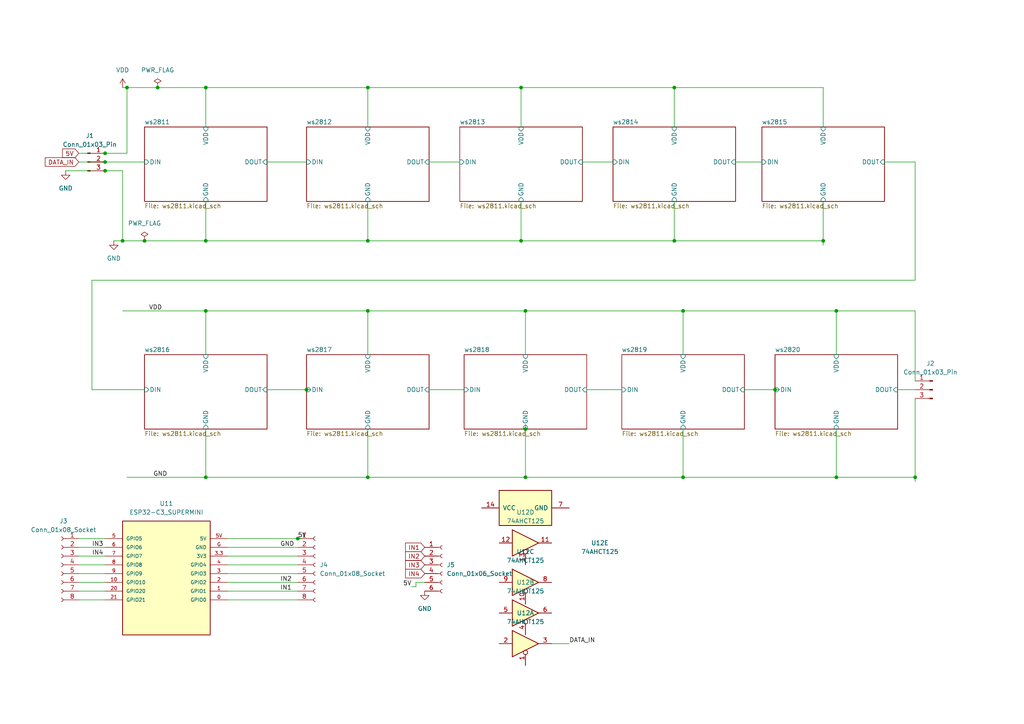
<source format=kicad_sch>
(kicad_sch (version 20231120) (generator "eeschema") (generator_version "8.0")
  (paper "A4")
  (lib_symbols
    (symbol "74xx:74AHCT125" (pin_names (offset 1.016))
      (property "Reference" "U" (at 0 1.27 0))
      (property "Value" "74AHCT125" (at 0 -1.27 0))
      (symbol "74AHCT125_1_0"
        (polyline (pts (xy -3.81 3.81) (xy -3.81 -3.81) (xy 3.81 0) (xy -3.81 3.81)) (stroke (width 0.254)) (fill (type background)))
        (pin input inverted (at 0 -6.35 90) (length 4.445) (name "~") (number "1"))
        (pin input line (at -7.62 0 0) (length 3.81) (name "~") (number "2"))
        (pin tri_state line (at 7.62 0 180) (length 3.81) (name "~") (number "3"))
      )
      (symbol "74AHCT125_2_0"
        (polyline (pts (xy -3.81 3.81) (xy -3.81 -3.81) (xy 3.81 0) (xy -3.81 3.81)) (stroke (width 0.254)) (fill (type background)))
        (pin input inverted (at 0 -6.35 90) (length 4.445) (name "~") (number "4"))
        (pin input line (at -7.62 0 0) (length 3.81) (name "~") (number "5"))
        (pin tri_state line (at 7.62 0 180) (length 3.81) (name "~") (number "6"))
      )
      (symbol "74AHCT125_3_0"
        (polyline (pts (xy -3.81 3.81) (xy -3.81 -3.81) (xy 3.81 0) (xy -3.81 3.81)) (stroke (width 0.254)) (fill (type background)))
        (pin input inverted (at 0 -6.35 90) (length 4.445) (name "~") (number "10"))
        (pin tri_state line (at 7.62 0 180) (length 3.81) (name "~") (number "8"))
        (pin input line (at -7.62 0 0) (length 3.81) (name "~") (number "9"))
      )
      (symbol "74AHCT125_4_0"
        (polyline (pts (xy -3.81 3.81) (xy -3.81 -3.81) (xy 3.81 0) (xy -3.81 3.81)) (stroke (width 0.254)) (fill (type background)))
        (pin tri_state line (at 7.62 0 180) (length 3.81) (name "~") (number "11"))
        (pin input line (at -7.62 0 0) (length 3.81) (name "~") (number "12"))
        (pin input inverted (at 0 -6.35 90) (length 4.445) (name "~") (number "13"))
      )
      (symbol "74AHCT125_5_0"
        (pin power_in line (at 0 12.7 270) (length 5.08) (name "VCC") (number "14"))
        (pin power_in line (at 0 -12.7 90) (length 5.08) (name "GND") (number "7"))
      )
      (symbol "74AHCT125_5_1"
        (rectangle (start -5.08 7.62) (end 5.08 -7.62) (stroke (width 0.254)) (fill (type background)))
      )
    )
    (symbol "Connector:Conn_01x03_Pin" (pin_names (offset 1.016) hide)
      (property "Reference" "J" (at 0 5.08 0))
      (property "Value" "Conn_01x03_Pin" (at 0 -5.08 0))
      (symbol "Conn_01x03_Pin_1_1"
        (polyline (pts (xy 1.27 -2.54) (xy 0.8636 -2.54)) (stroke (width 0.1524)))
        (polyline (pts (xy 1.27 0) (xy 0.8636 0)) (stroke (width 0.1524)))
        (polyline (pts (xy 1.27 2.54) (xy 0.8636 2.54)) (stroke (width 0.1524)))
        (rectangle (start 0.8636 -2.413) (end 0 -2.667) (stroke (width 0.1524)) (fill (type outline)))
        (rectangle (start 0.8636 0.127) (end 0 -0.127) (stroke (width 0.1524)) (fill (type outline)))
        (rectangle (start 0.8636 2.667) (end 0 2.413) (stroke (width 0.1524)) (fill (type outline)))
        (pin passive line (at 5.08 2.54 180) (length 3.81) (name "Pin_1") (number "1"))
        (pin passive line (at 5.08 0 180) (length 3.81) (name "Pin_2") (number "2"))
        (pin passive line (at 5.08 -2.54 180) (length 3.81) (name "Pin_3") (number "3"))
      )
    )
    (symbol "Connector:Conn_01x06_Socket" (pin_names (offset 1.016) hide)
      (property "Reference" "J" (at 0 7.62 0))
      (property "Value" "Conn_01x06_Socket" (at 0 -10.16 0))
      (symbol "Conn_01x06_Socket_1_1"
        (arc (start 0 -7.112) (mid -0.5058 -7.62) (end 0 -8.128) (stroke (width 0.1524)))
        (arc (start 0 -4.572) (mid -0.5058 -5.08) (end 0 -5.588) (stroke (width 0.1524)))
        (arc (start 0 -2.032) (mid -0.5058 -2.54) (end 0 -3.048) (stroke (width 0.1524)))
        (polyline (pts (xy -1.27 -7.62) (xy -0.508 -7.62)) (stroke (width 0.1524)))
        (polyline (pts (xy -1.27 -5.08) (xy -0.508 -5.08)) (stroke (width 0.1524)))
        (polyline (pts (xy -1.27 -2.54) (xy -0.508 -2.54)) (stroke (width 0.1524)))
        (polyline (pts (xy -1.27 0) (xy -0.508 0)) (stroke (width 0.1524)))
        (polyline (pts (xy -1.27 2.54) (xy -0.508 2.54)) (stroke (width 0.1524)))
        (polyline (pts (xy -1.27 5.08) (xy -0.508 5.08)) (stroke (width 0.1524)))
        (arc (start 0 0.508) (mid -0.5058 0) (end 0 -0.508) (stroke (width 0.1524)))
        (arc (start 0 3.048) (mid -0.5058 2.54) (end 0 2.032) (stroke (width 0.1524)))
        (arc (start 0 5.588) (mid -0.5058 5.08) (end 0 4.572) (stroke (width 0.1524)))
        (pin passive line (at -5.08 5.08 0) (length 3.81) (name "Pin_1") (number "1"))
        (pin passive line (at -5.08 2.54 0) (length 3.81) (name "Pin_2") (number "2"))
        (pin passive line (at -5.08 0 0) (length 3.81) (name "Pin_3") (number "3"))
        (pin passive line (at -5.08 -2.54 0) (length 3.81) (name "Pin_4") (number "4"))
        (pin passive line (at -5.08 -5.08 0) (length 3.81) (name "Pin_5") (number "5"))
        (pin passive line (at -5.08 -7.62 0) (length 3.81) (name "Pin_6") (number "6"))
      )
    )
    (symbol "Connector:Conn_01x08_Socket" (pin_names (offset 1.016) hide)
      (property "Reference" "J" (at 0 10.16 0))
      (property "Value" "Conn_01x08_Socket" (at 0 -12.7 0))
      (symbol "Conn_01x08_Socket_1_1"
        (arc (start 0 -9.652) (mid -0.5058 -10.16) (end 0 -10.668) (stroke (width 0.1524)))
        (arc (start 0 -7.112) (mid -0.5058 -7.62) (end 0 -8.128) (stroke (width 0.1524)))
        (arc (start 0 -4.572) (mid -0.5058 -5.08) (end 0 -5.588) (stroke (width 0.1524)))
        (arc (start 0 -2.032) (mid -0.5058 -2.54) (end 0 -3.048) (stroke (width 0.1524)))
        (polyline (pts (xy -1.27 -10.16) (xy -0.508 -10.16)) (stroke (width 0.1524)))
        (polyline (pts (xy -1.27 -7.62) (xy -0.508 -7.62)) (stroke (width 0.1524)))
        (polyline (pts (xy -1.27 -5.08) (xy -0.508 -5.08)) (stroke (width 0.1524)))
        (polyline (pts (xy -1.27 -2.54) (xy -0.508 -2.54)) (stroke (width 0.1524)))
        (polyline (pts (xy -1.27 0) (xy -0.508 0)) (stroke (width 0.1524)))
        (polyline (pts (xy -1.27 2.54) (xy -0.508 2.54)) (stroke (width 0.1524)))
        (polyline (pts (xy -1.27 5.08) (xy -0.508 5.08)) (stroke (width 0.1524)))
        (polyline (pts (xy -1.27 7.62) (xy -0.508 7.62)) (stroke (width 0.1524)))
        (arc (start 0 0.508) (mid -0.5058 0) (end 0 -0.508) (stroke (width 0.1524)))
        (arc (start 0 3.048) (mid -0.5058 2.54) (end 0 2.032) (stroke (width 0.1524)))
        (arc (start 0 5.588) (mid -0.5058 5.08) (end 0 4.572) (stroke (width 0.1524)))
        (arc (start 0 8.128) (mid -0.5058 7.62) (end 0 7.112) (stroke (width 0.1524)))
        (pin passive line (at -5.08 7.62 0) (length 3.81) (name "Pin_1") (number "1"))
        (pin passive line (at -5.08 5.08 0) (length 3.81) (name "Pin_2") (number "2"))
        (pin passive line (at -5.08 2.54 0) (length 3.81) (name "Pin_3") (number "3"))
        (pin passive line (at -5.08 0 0) (length 3.81) (name "Pin_4") (number "4"))
        (pin passive line (at -5.08 -2.54 0) (length 3.81) (name "Pin_5") (number "5"))
        (pin passive line (at -5.08 -5.08 0) (length 3.81) (name "Pin_6") (number "6"))
        (pin passive line (at -5.08 -7.62 0) (length 3.81) (name "Pin_7") (number "7"))
        (pin passive line (at -5.08 -10.16 0) (length 3.81) (name "Pin_8") (number "8"))
      )
    )
    (symbol "Mikes Library:ESP32-C3_SUPERMINI" (pin_names (offset 1.016))
      (property "Reference" "U" (at -12.7 16.002 0))
      (property "Value" "ESP32-C3_SUPERMINI" (at -12.7 -20.32 0))
      (symbol "ESP32-C3_SUPERMINI_0_0"
        (rectangle (start -12.7 -17.78) (end 12.7 15.24) (stroke (width 0.254)) (fill (type background)))
        (pin bidirectional line (at 17.78 -7.62 180) (length 5.08) (name "GPIO0") (number "0"))
        (pin bidirectional line (at 17.78 -5.08 180) (length 5.08) (name "GPIO1") (number "1"))
        (pin bidirectional line (at -17.78 -2.54 0) (length 5.08) (name "GPIO10") (number "10"))
        (pin bidirectional line (at 17.78 -2.54 180) (length 5.08) (name "GPIO2") (number "2"))
        (pin bidirectional line (at -17.78 -5.08 0) (length 5.08) (name "GPIO20") (number "20"))
        (pin bidirectional line (at -17.78 -7.62 0) (length 5.08) (name "GPIO21") (number "21"))
        (pin bidirectional line (at 17.78 0 180) (length 5.08) (name "GPIO3") (number "3"))
        (pin power_in line (at 17.78 5.08 180) (length 5.08) (name "3V3") (number "3.3"))
        (pin bidirectional line (at 17.78 2.54 180) (length 5.08) (name "GPIO4") (number "4"))
        (pin bidirectional line (at -17.78 10.16 0) (length 5.08) (name "GPIO5") (number "5"))
        (pin power_in line (at 17.78 10.16 180) (length 5.08) (name "5V") (number "5V"))
        (pin bidirectional line (at -17.78 7.62 0) (length 5.08) (name "GPIO6") (number "6"))
        (pin bidirectional line (at -17.78 5.08 0) (length 5.08) (name "GPIO7") (number "7"))
        (pin bidirectional line (at -17.78 2.54 0) (length 5.08) (name "GPIO8") (number "8"))
        (pin bidirectional line (at -17.78 0 0) (length 5.08) (name "GPIO9") (number "9"))
        (pin power_in line (at 17.78 7.62 180) (length 5.08) (name "GND") (number "G"))
      )
    )
    (symbol "power:GND" (power) (pin_numbers hide) (pin_names (offset 0) hide)
      (property "Value" "GND" (at 0 -3.81 0))
      (symbol "GND_0_1"
        (polyline (pts (xy 0 0) (xy 0 -1.27) (xy 1.27 -1.27) (xy 0 -2.54) (xy -1.27 -1.27) (xy 0 -1.27)))
      )
      (symbol "GND_1_1"
        (pin power_in line (at 0 0 270) (length 0) (name "~") (number "1"))
      )
    )
    (symbol "power:PWR_FLAG" (power) (pin_numbers hide) (pin_names (offset 0) hide)
      (property "Value" "PWR_FLAG" (at 0 3.81 0))
      (symbol "PWR_FLAG_0_0"
        (pin power_out line (at 0 0 90) (length 0) (name "~") (number "1"))
      )
      (symbol "PWR_FLAG_0_1"
        (polyline (pts (xy 0 0) (xy 0 1.27) (xy -1.016 1.905) (xy 0 2.54) (xy 1.016 1.905) (xy 0 1.27)))
      )
    )
    (symbol "power:VDD" (power) (pin_numbers hide) (pin_names (offset 0) hide)
      (property "Value" "VDD" (at 0 3.556 0))
      (symbol "VDD_0_1"
        (polyline (pts (xy -0.762 1.27) (xy 0 2.54)))
        (polyline (pts (xy 0 0) (xy 0 2.54)))
        (polyline (pts (xy 0 2.54) (xy 0.762 1.27)))
      )
      (symbol "VDD_1_1"
        (pin power_in line (at 0 0 90) (length 0) (name "~") (number "1"))
      )
    )
  )
  (junction (at 35.56 69.85))
  (junction (at 242.57 138.43))
  (junction (at 238.76 69.85))
  (junction (at 41.91 69.85))
  (junction (at 30.48 49.53))
  (junction (at 88.9 113.03))
  (junction (at 59.69 90.17))
  (junction (at 265.43 138.43))
  (junction (at 106.68 90.17))
  (junction (at 198.12 138.43))
  (junction (at 198.12 90.17))
  (junction (at 30.48 46.99))
  (junction (at 59.69 138.43))
  (junction (at 195.58 25.4))
  (junction (at 152.4 90.17))
  (junction (at 45.72 25.4))
  (junction (at 30.48 44.45))
  (junction (at 195.58 69.85))
  (junction (at 36.83 25.4))
  (junction (at 106.68 69.85))
  (junction (at 152.4 138.43))
  (junction (at 242.57 90.17))
  (junction (at 59.69 25.4))
  (junction (at 86.36 156.21))
  (junction (at 106.68 138.43))
  (junction (at 151.13 25.4))
  (junction (at 151.13 69.85))
  (junction (at 106.68 25.4))
  (junction (at 59.69 69.85))
  (junction (at 224.79 113.03))
  (junction (at 152.4 124.46))
  (wire (pts (xy 152.4 90.17) (xy 198.12 90.17)))
  (wire (pts (xy 106.68 58.42) (xy 106.68 69.85)))
  (wire (pts (xy 152.4 124.46) (xy 152.4 138.43)))
  (wire (pts (xy 106.68 138.43) (xy 152.4 138.43)))
  (wire (pts (xy 124.46 113.03) (xy 134.62 113.03)))
  (wire (pts (xy 238.76 69.85) (xy 238.76 71.12)))
  (wire (pts (xy 242.57 124.46) (xy 242.57 138.43)))
  (wire (pts (xy 265.43 110.49) (xy 265.43 90.17)))
  (wire (pts (xy 165.1 186.69) (xy 160.02 186.69)))
  (wire (pts (xy 151.13 69.85) (xy 195.58 69.85)))
  (wire (pts (xy 22.86 166.37) (xy 30.48 166.37)))
  (wire (pts (xy 66.04 171.45) (xy 86.36 171.45)))
  (wire (pts (xy 77.47 46.99) (xy 88.9 46.99)))
  (wire (pts (xy 66.04 161.29) (xy 86.36 161.29)))
  (wire (pts (xy 195.58 25.4) (xy 238.76 25.4)))
  (wire (pts (xy 170.18 113.03) (xy 180.34 113.03)))
  (wire (pts (xy 265.43 81.28) (xy 26.67 81.28)))
  (wire (pts (xy 22.86 168.91) (xy 30.48 168.91)))
  (wire (pts (xy 256.54 46.99) (xy 265.43 46.99)))
  (wire (pts (xy 152.4 123.19) (xy 152.4 124.46)))
  (wire (pts (xy 22.86 161.29) (xy 30.48 161.29)))
  (wire (pts (xy 22.86 171.45) (xy 30.48 171.45)))
  (wire (pts (xy 30.48 44.45) (xy 36.83 44.45)))
  (wire (pts (xy 59.69 90.17) (xy 59.69 102.87)))
  (wire (pts (xy 59.69 58.42) (xy 59.69 69.85)))
  (wire (pts (xy 120.65 170.18) (xy 120.65 168.91)))
  (wire (pts (xy 59.69 69.85) (xy 106.68 69.85)))
  (wire (pts (xy 106.68 90.17) (xy 106.68 102.87)))
  (wire (pts (xy 19.05 49.53) (xy 30.48 49.53)))
  (wire (pts (xy 33.02 69.85) (xy 35.56 69.85)))
  (wire (pts (xy 59.69 90.17) (xy 106.68 90.17)))
  (wire (pts (xy 152.4 138.43) (xy 198.12 138.43)))
  (wire (pts (xy 26.67 113.03) (xy 41.91 113.03)))
  (wire (pts (xy 265.43 46.99) (xy 265.43 81.28)))
  (wire (pts (xy 36.83 138.43) (xy 59.69 138.43)))
  (wire (pts (xy 66.04 173.99) (xy 86.36 173.99)))
  (wire (pts (xy 88.9 113.03) (xy 90.17 113.03)))
  (wire (pts (xy 59.69 25.4) (xy 59.69 36.83)))
  (wire (pts (xy 36.83 25.4) (xy 45.72 25.4)))
  (wire (pts (xy 66.04 163.83) (xy 86.36 163.83)))
  (wire (pts (xy 22.86 44.45) (xy 30.48 44.45)))
  (wire (pts (xy 151.13 25.4) (xy 195.58 25.4)))
  (wire (pts (xy 168.91 46.99) (xy 177.8 46.99)))
  (wire (pts (xy 35.56 69.85) (xy 41.91 69.85)))
  (wire (pts (xy 242.57 90.17) (xy 265.43 90.17)))
  (wire (pts (xy 106.68 90.17) (xy 152.4 90.17)))
  (wire (pts (xy 198.12 124.46) (xy 198.12 138.43)))
  (wire (pts (xy 195.58 36.83) (xy 195.58 25.4)))
  (wire (pts (xy 59.69 25.4) (xy 106.68 25.4)))
  (wire (pts (xy 213.36 46.99) (xy 220.98 46.99)))
  (wire (pts (xy 265.43 138.43) (xy 265.43 139.7)))
  (wire (pts (xy 30.48 49.53) (xy 35.56 49.53)))
  (wire (pts (xy 86.36 156.21) (xy 87.63 156.21)))
  (wire (pts (xy 215.9 113.03) (xy 224.79 113.03)))
  (wire (pts (xy 198.12 90.17) (xy 198.12 102.87)))
  (wire (pts (xy 22.86 156.21) (xy 30.48 156.21)))
  (wire (pts (xy 59.69 138.43) (xy 106.68 138.43)))
  (wire (pts (xy 66.04 156.21) (xy 86.36 156.21)))
  (wire (pts (xy 35.56 90.17) (xy 59.69 90.17)))
  (wire (pts (xy 35.56 25.4) (xy 36.83 25.4)))
  (wire (pts (xy 260.35 113.03) (xy 265.43 113.03)))
  (wire (pts (xy 195.58 69.85) (xy 238.76 69.85)))
  (wire (pts (xy 151.13 58.42) (xy 151.13 69.85)))
  (wire (pts (xy 41.91 69.85) (xy 59.69 69.85)))
  (wire (pts (xy 30.48 46.99) (xy 41.91 46.99)))
  (wire (pts (xy 26.67 81.28) (xy 26.67 113.03)))
  (wire (pts (xy 22.86 173.99) (xy 30.48 173.99)))
  (wire (pts (xy 106.68 69.85) (xy 151.13 69.85)))
  (wire (pts (xy 77.47 113.03) (xy 88.9 113.03)))
  (wire (pts (xy 238.76 58.42) (xy 238.76 69.85)))
  (wire (pts (xy 59.69 124.46) (xy 59.69 138.43)))
  (wire (pts (xy 22.86 46.99) (xy 30.48 46.99)))
  (wire (pts (xy 86.36 168.91) (xy 66.04 168.91)))
  (wire (pts (xy 238.76 25.4) (xy 238.76 36.83)))
  (wire (pts (xy 198.12 90.17) (xy 242.57 90.17)))
  (wire (pts (xy 120.65 168.91) (xy 123.19 168.91)))
  (wire (pts (xy 242.57 138.43) (xy 265.43 138.43)))
  (wire (pts (xy 106.68 124.46) (xy 106.68 138.43)))
  (wire (pts (xy 198.12 138.43) (xy 242.57 138.43)))
  (wire (pts (xy 119.38 170.18) (xy 120.65 170.18)))
  (wire (pts (xy 22.86 163.83) (xy 30.48 163.83)))
  (wire (pts (xy 106.68 25.4) (xy 106.68 36.83)))
  (wire (pts (xy 224.79 113.03) (xy 226.06 113.03)))
  (wire (pts (xy 22.86 158.75) (xy 30.48 158.75)))
  (wire (pts (xy 242.57 102.87) (xy 242.57 90.17)))
  (wire (pts (xy 106.68 25.4) (xy 151.13 25.4)))
  (wire (pts (xy 151.13 25.4) (xy 151.13 36.83)))
  (wire (pts (xy 36.83 25.4) (xy 36.83 44.45)))
  (wire (pts (xy 35.56 49.53) (xy 35.56 69.85)))
  (wire (pts (xy 124.46 46.99) (xy 133.35 46.99)))
  (wire (pts (xy 195.58 58.42) (xy 195.58 69.85)))
  (wire (pts (xy 66.04 158.75) (xy 86.36 158.75)))
  (wire (pts (xy 45.72 25.4) (xy 59.69 25.4)))
  (wire (pts (xy 152.4 90.17) (xy 152.4 102.87)))
  (wire (pts (xy 66.04 166.37) (xy 86.36 166.37)))
  (wire (pts (xy 265.43 115.57) (xy 265.43 138.43)))
  (label "IN1" (at 81.28 171.45 0))
  (label "GND" (at 44.45 138.43 0))
  (label "5V" (at 86.36 156.21 0))
  (label "GND" (at 81.28 158.75 0))
  (label "DATA_IN" (at 165.1 186.69 0))
  (label "IN3" (at 26.67 158.75 0))
  (label "IN4" (at 26.67 161.29 0))
  (label "VDD" (at 43.18 90.17 0))
  (label "5V" (at 119.38 170.18 180))
  (label "IN2" (at 81.28 168.91 0))
  (global_label "IN1" (shape input) (at 123.19 158.75 180) (property "Intersheetrefs" "${INTERSHEET_REFS}" (effects (hide yes))))
  (global_label "IN4" (shape input) (at 123.19 166.37 180) (property "Intersheetrefs" "${INTERSHEET_REFS}" (effects (hide yes))))
  (global_label "DATA_IN" (shape input) (at 22.86 46.99 180) (property "Intersheetrefs" "${INTERSHEET_REFS}" (effects (hide yes))))
  (global_label "IN2" (shape input) (at 123.19 161.29 180) (property "Intersheetrefs" "${INTERSHEET_REFS}" (effects (hide yes))))
  (global_label "IN3" (shape input) (at 123.19 163.83 180) (property "Intersheetrefs" "${INTERSHEET_REFS}" (effects (hide yes))))
  (global_label "5V" (shape input) (at 22.86 44.45 180) (property "Intersheetrefs" "${INTERSHEET_REFS}" (effects (hide yes))))
  (symbol (lib_id "74xx:74AHCT125") (at 152.4 177.8 0) (unit 2)
    (property "Reference" "U12" (at 152.4 168.91 0))
    (property "Value" "74AHCT125" (at 152.4 171.45 0))
    (property "Footprint" "Package_DIP:DIP-14_W10.16mm" (effects (hide yes)))
    (property "Datasheet" "https://www.ti.com/lit/ds/symlink/sn74ahct125.pdf" (effects (hide yes)))
    (property "Description" "Quadruple Bus Buffer Gates With 3-State Outputs" (effects (hide yes)))
  )
  (symbol (lib_id "Connector:Conn_01x03_Pin") (at 270.51 113.03 0) (mirror y) (unit 1)
    (property "Reference" "J2" (at 269.875 105.41 0))
    (property "Value" "Conn_01x03_Pin" (at 269.875 107.95 0))
    (property "Footprint" "Connector_PinHeader_2.54mm:PinHeader_1x03_P2.54mm_Vertical" (effects (hide yes)))
    (property "Description" "Generic connector, single row, 01x03, script generated" (effects (hide yes)))
  )
  (symbol (lib_id "74xx:74AHCT125") (at 152.4 168.91 0) (unit 3)
    (property "Reference" "U12" (at 152.4 160.02 0))
    (property "Value" "74AHCT125" (at 152.4 162.56 0))
    (property "Footprint" "Package_DIP:DIP-14_W10.16mm" (effects (hide yes)))
    (property "Datasheet" "https://www.ti.com/lit/ds/symlink/sn74ahct125.pdf" (effects (hide yes)))
    (property "Description" "Quadruple Bus Buffer Gates With 3-State Outputs" (effects (hide yes)))
  )
  (symbol (lib_id "Connector:Conn_01x08_Socket") (at 91.44 163.83 0) (unit 1)
    (property "Reference" "J4" (at 92.71 163.8299 0) (effects (justify left)))
    (property "Value" "Conn_01x08_Socket" (at 92.71 166.3699 0) (effects (justify left)))
    (property "Footprint" "Connector_PinHeader_2.54mm:PinHeader_1x08_P2.54mm_Vertical" (effects (hide yes)))
    (property "Description" "Generic connector, single row, 01x08, script generated" (effects (hide yes)))
  )
  (symbol (lib_id "74xx:74AHCT125") (at 152.4 147.32 90) (unit 5)
    (property "Reference" "U12" (at 173.99 157.48 90))
    (property "Value" "74AHCT125" (at 173.99 160.02 90))
    (property "Footprint" "Package_DIP:DIP-14_W10.16mm" (effects (hide yes)))
    (property "Datasheet" "https://www.ti.com/lit/ds/symlink/sn74ahct125.pdf" (effects (hide yes)))
    (property "Description" "Quadruple Bus Buffer Gates With 3-State Outputs" (effects (hide yes)))
  )
  (symbol (lib_id "74xx:74AHCT125") (at 152.4 157.48 0) (unit 4)
    (property "Reference" "U12" (at 152.4 148.59 0))
    (property "Value" "74AHCT125" (at 152.4 151.13 0))
    (property "Footprint" "Package_DIP:DIP-14_W10.16mm" (effects (hide yes)))
    (property "Datasheet" "https://www.ti.com/lit/ds/symlink/sn74ahct125.pdf" (effects (hide yes)))
    (property "Description" "Quadruple Bus Buffer Gates With 3-State Outputs" (effects (hide yes)))
  )
  (symbol (lib_id "power:GND") (at 123.19 171.45 0) (unit 1)
    (property "Reference" "#PWR03" (effects (hide yes)))
    (property "Value" "GND" (at 123.19 176.53 0))
    (property "Description" "Power symbol creates a global label with name \"GND\" , ground" (effects (hide yes)))
  )
  (symbol (lib_id "power:GND") (at 19.05 49.53 0) (unit 1)
    (property "Reference" "#PWR04" (effects (hide yes)))
    (property "Value" "GND" (at 19.05 54.61 0))
    (property "Description" "Power symbol creates a global label with name \"GND\" , ground" (effects (hide yes)))
  )
  (symbol (lib_id "power:VDD") (at 35.56 25.4 0) (unit 1)
    (property "Reference" "#PWR02" (effects (hide yes)))
    (property "Value" "VDD" (at 35.56 20.32 0))
    (property "Description" "Power symbol creates a global label with name \"VDD\"" (effects (hide yes)))
  )
  (symbol (lib_id "Connector:Conn_01x03_Pin") (at 25.4 46.99 0) (unit 1)
    (property "Reference" "J1" (at 26.035 39.37 0))
    (property "Value" "Conn_01x03_Pin" (at 26.035 41.91 0))
    (property "Footprint" "Connector_PinHeader_2.54mm:PinHeader_1x03_P2.54mm_Vertical" (effects (hide yes)))
    (property "Description" "Generic connector, single row, 01x03, script generated" (effects (hide yes)))
  )
  (symbol (lib_id "Connector:Conn_01x06_Socket") (at 128.27 163.83 0) (unit 1)
    (property "Reference" "J5" (at 129.54 163.8299 0) (effects (justify left)))
    (property "Value" "Conn_01x06_Socket" (at 129.54 166.3699 0) (effects (justify left)))
    (property "Footprint" "Connector_PinHeader_2.54mm:PinHeader_1x06_P2.54mm_Vertical" (effects (hide yes)))
    (property "Description" "Generic connector, single row, 01x06, script generated" (effects (hide yes)))
  )
  (symbol (lib_id "74xx:74AHCT125") (at 152.4 186.69 0) (unit 1)
    (property "Reference" "U12" (at 152.4 177.8 0))
    (property "Value" "74AHCT125" (at 152.4 180.34 0))
    (property "Footprint" "Package_DIP:DIP-14_W10.16mm" (effects (hide yes)))
    (property "Datasheet" "https://www.ti.com/lit/ds/symlink/sn74ahct125.pdf" (effects (hide yes)))
    (property "Description" "Quadruple Bus Buffer Gates With 3-State Outputs" (effects (hide yes)))
  )
  (symbol (lib_id "power:PWR_FLAG") (at 41.91 69.85 0) (unit 1)
    (property "Reference" "#FLG02" (effects (hide yes)))
    (property "Value" "PWR_FLAG" (at 41.91 64.77 0))
    (property "Description" "Special symbol for telling ERC where power comes from" (effects (hide yes)))
  )
  (symbol (lib_id "power:GND") (at 33.02 69.85 0) (unit 1)
    (property "Reference" "#PWR01" (effects (hide yes)))
    (property "Value" "GND" (at 33.02 74.93 0))
    (property "Description" "Power symbol creates a global label with name \"GND\" , ground" (effects (hide yes)))
  )
  (symbol (lib_id "power:PWR_FLAG") (at 45.72 25.4 0) (unit 1)
    (property "Reference" "#FLG01" (effects (hide yes)))
    (property "Value" "PWR_FLAG" (at 45.72 20.32 0))
    (property "Description" "Special symbol for telling ERC where power comes from" (effects (hide yes)))
  )
  (symbol (lib_id "Mikes Library:ESP32-C3_SUPERMINI") (at 48.26 166.37 0) (unit 1)
    (property "Reference" "U11" (at 48.26 146.05 0))
    (property "Value" "ESP32-C3_SUPERMINI" (at 48.26 148.59 0))
    (property "Footprint" "Mikes Library:MODULE_ESP32-C3_SUPERMINI" (effects (hide yes)))
    (property "MF" "Espressif Systems" (effects (hide yes)))
    (property "MAXIMUM_PACKAGE_HEIGHT" "4.2mm" (effects (hide yes)))
    (property "Package" "Package" (effects (hide yes)))
    (property "Price" "None" (effects (hide yes)))
    (property "Check_prices" "https://www.snapeda.com/parts/ESP32-C3%20SuperMini/Espressif+Systems/view-part/?ref=eda" (effects (hide yes)))
    (property "STANDARD" "Manufacturer Recommendations" (effects (hide yes)))
    (property "SnapEDA_Link" "https://www.snapeda.com/parts/ESP32-C3%20SuperMini/Espressif+Systems/view-part/?ref=snap" (effects (hide yes)))
    (property "MP" "ESP32-C3 SuperMini" (effects (hide yes)))
    (property "Description_1" "\nSuper tiny ESP32-C3 board\n" (effects (hide yes)))
    (property "Availability" "Not in stock" (effects (hide yes)))
    (property "MANUFACTURER" "Espressif" (effects (hide yes)))
  )
  (symbol (lib_id "Connector:Conn_01x08_Socket") (at 17.78 163.83 0) (mirror y) (unit 1)
    (property "Reference" "J3" (at 18.415 151.13 0))
    (property "Value" "Conn_01x08_Socket" (at 18.415 153.67 0))
    (property "Footprint" "Connector_PinHeader_2.54mm:PinHeader_1x08_P2.54mm_Vertical" (effects (hide yes)))
    (property "Description" "Generic connector, single row, 01x08, script generated" (effects (hide yes)))
  )
  (sheet (at 134.62 102.87) (size 35.56 21.59) (stroke (width 0.1524))
    (property "Sheetname" "ws2818" (at 134.62 102.1584 0) (effects (justify left bottom)))
    (property "Sheetfile" "ws2811.kicad_sch" (at 134.62 125.0446 0) (effects (justify left top)))
    (pin "DIN" input (at 134.62 113.03 180))
    (pin "VDD" input (at 152.4 102.87 90))
    (pin "GND" input (at 152.4 124.46 270))
    (pin "DOUT" input (at 170.18 113.03 0))
  )
  (sheet (at 133.35 36.83) (size 35.56 21.59) (stroke (width 0.1524))
    (property "Sheetname" "ws2813" (at 133.35 36.1184 0) (effects (justify left bottom)))
    (property "Sheetfile" "ws2811.kicad_sch" (at 133.35 59.0046 0) (effects (justify left top)))
    (pin "DIN" input (at 133.35 46.99 180))
    (pin "VDD" input (at 151.13 36.83 90))
    (pin "GND" input (at 151.13 58.42 270))
    (pin "DOUT" input (at 168.91 46.99 0))
  )
  (sheet (at 88.9 36.83) (size 35.56 21.59) (stroke (width 0.1524))
    (property "Sheetname" "ws2812" (at 88.9 36.1184 0) (effects (justify left bottom)))
    (property "Sheetfile" "ws2811.kicad_sch" (at 88.9 59.0046 0) (effects (justify left top)))
    (pin "DIN" input (at 88.9 46.99 180))
    (pin "VDD" input (at 106.68 36.83 90))
    (pin "GND" input (at 106.68 58.42 270))
    (pin "DOUT" input (at 124.46 46.99 0))
  )
  (sheet (at 41.91 36.83) (size 35.56 21.59) (stroke (width 0.1524))
    (property "Sheetname" "ws2811" (at 41.91 36.1184 0) (effects (justify left bottom)))
    (property "Sheetfile" "ws2811.kicad_sch" (at 41.91 59.0046 0) (effects (justify left top)))
    (pin "DIN" input (at 41.91 46.99 180))
    (pin "VDD" input (at 59.69 36.83 90))
    (pin "GND" input (at 59.69 58.42 270))
    (pin "DOUT" input (at 77.47 46.99 0))
  )
  (sheet (at 41.91 102.87) (size 35.56 21.59) (stroke (width 0.1524))
    (property "Sheetname" "ws2816" (at 41.91 102.1584 0) (effects (justify left bottom)))
    (property "Sheetfile" "ws2811.kicad_sch" (at 41.91 125.0446 0) (effects (justify left top)))
    (pin "DIN" input (at 41.91 113.03 180))
    (pin "VDD" input (at 59.69 102.87 90))
    (pin "GND" input (at 59.69 124.46 270))
    (pin "DOUT" input (at 77.47 113.03 0))
  )
  (sheet (at 177.8 36.83) (size 35.56 21.59) (stroke (width 0.1524))
    (property "Sheetname" "ws2814" (at 177.8 36.1184 0) (effects (justify left bottom)))
    (property "Sheetfile" "ws2811.kicad_sch" (at 177.8 59.0046 0) (effects (justify left top)))
    (pin "DIN" input (at 177.8 46.99 180))
    (pin "VDD" input (at 195.58 36.83 90))
    (pin "GND" input (at 195.58 58.42 270))
    (pin "DOUT" input (at 213.36 46.99 0))
  )
  (sheet (at 180.34 102.87) (size 35.56 21.59) (stroke (width 0.1524))
    (property "Sheetname" "ws2819" (at 180.34 102.1584 0) (effects (justify left bottom)))
    (property "Sheetfile" "ws2811.kicad_sch" (at 180.34 125.0446 0) (effects (justify left top)))
    (pin "DIN" input (at 180.34 113.03 180))
    (pin "VDD" input (at 198.12 102.87 90))
    (pin "GND" input (at 198.12 124.46 270))
    (pin "DOUT" input (at 215.9 113.03 0))
  )
  (sheet (at 220.98 36.83) (size 35.56 21.59) (stroke (width 0.1524))
    (property "Sheetname" "ws2815" (at 220.98 36.1184 0) (effects (justify left bottom)))
    (property "Sheetfile" "ws2811.kicad_sch" (at 220.98 59.0046 0) (effects (justify left top)))
    (pin "DIN" input (at 220.98 46.99 180))
    (pin "VDD" input (at 238.76 36.83 90))
    (pin "GND" input (at 238.76 58.42 270))
    (pin "DOUT" input (at 256.54 46.99 0))
  )
  (sheet (at 224.79 102.87) (size 35.56 21.59) (stroke (width 0.1524))
    (property "Sheetname" "ws2820" (at 224.79 102.1584 0) (effects (justify left bottom)))
    (property "Sheetfile" "ws2811.kicad_sch" (at 224.79 125.0446 0) (effects (justify left top)))
    (pin "DIN" input (at 224.79 113.03 180))
    (pin "VDD" input (at 242.57 102.87 90))
    (pin "GND" input (at 242.57 124.46 270))
    (pin "DOUT" input (at 260.35 113.03 0))
  )
  (sheet (at 88.9 102.87) (size 35.56 21.59) (stroke (width 0.1524))
    (property "Sheetname" "ws2817" (at 88.9 102.1584 0) (effects (justify left bottom)))
    (property "Sheetfile" "ws2811.kicad_sch" (at 88.9 125.0446 0) (effects (justify left top)))
    (pin "DIN" input (at 88.9 113.03 180))
    (pin "VDD" input (at 106.68 102.87 90))
    (pin "GND" input (at 106.68 124.46 270))
    (pin "DOUT" input (at 124.46 113.03 0))
  )
)
</source>
